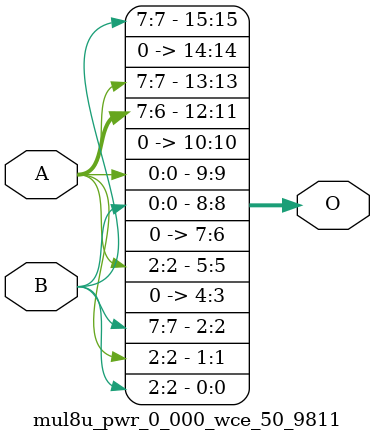
<source format=v>
/***
* This code is a part of ApproxLib library (ehw.fit.vutbr.cz/approxlib) distributed under a XXXX public license.
* When used, please cite the following article: tbd 
* This file is pareto optimal sub-set in the pdk45_pwr and wce% parameters
***/

module mul8u_pwr_0_000_wce_50_9811 (
    A,
    B,
    O
);

input [7:0] A;
input [7:0] B;
output [15:0] O;



assign O[15] = B[7];
assign O[14] = 1'b0;
assign O[13] = A[7];
assign O[12] = A[7];
assign O[11] = A[6];
assign O[10] = 1'b0;
assign O[9] = A[0];
assign O[8] = B[0];
assign O[7] = 1'b0;
assign O[6] = 1'b0;
assign O[5] = A[2];
assign O[4] = 1'b0;
assign O[3] = 1'b0;
assign O[2] = B[7];
assign O[1] = A[2];
assign O[0] = B[2];

endmodule



// internal reference: cgp-approx14.08.mul8u_pwr_0_000_wce_50_9811


</source>
